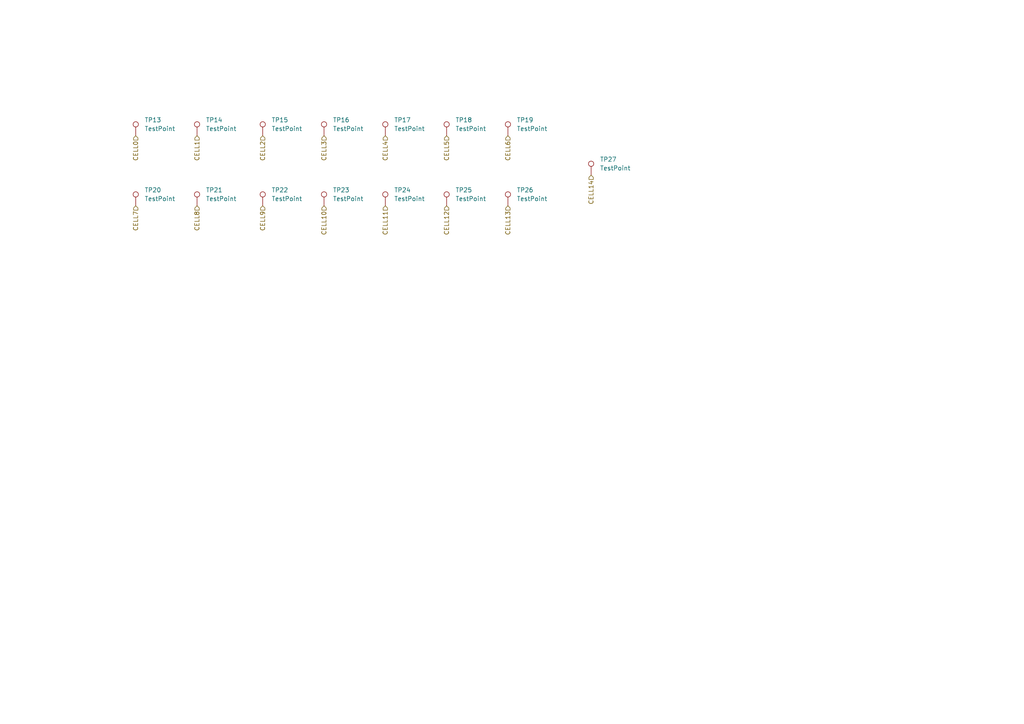
<source format=kicad_sch>
(kicad_sch (version 20250114) (generator "eeschema") (generator_version "9.0")
  (paper "A4")
  (lib_symbols
    (symbol "Connector:TestPoint" (pin_numbers (hide yes)) (pin_names (offset 0.762) (hide yes))
      (property "Reference" "TP" (at 0 6.858 0))
      (property "Value" "TestPoint" (at 0 5.08 0))
      (symbol "TestPoint_0_1"
        (circle (center 0 3.302) (radius 0.762))
      )
      (symbol "TestPoint_1_1"
        (pin passive line (at 0 0 90) (length 2.54) (name "1") (number "1"))
      )
    )
  )
  (hierarchical_label "CELL1" (shape input) (at 57.15 39.37 270))
  (hierarchical_label "CELL13" (shape input) (at 147.32 59.69 270))
  (hierarchical_label "CELL14" (shape input) (at 171.45 50.8 270))
  (hierarchical_label "CELL4" (shape input) (at 111.76 39.37 270))
  (hierarchical_label "CELL2" (shape input) (at 76.2 39.37 270))
  (hierarchical_label "CELL11" (shape input) (at 111.76 59.69 270))
  (hierarchical_label "CELL8" (shape input) (at 57.15 59.69 270))
  (hierarchical_label "CELL6" (shape input) (at 147.32 39.37 270))
  (hierarchical_label "CELL12" (shape input) (at 129.54 59.69 270))
  (hierarchical_label "CELL3" (shape input) (at 93.98 39.37 270))
  (hierarchical_label "CELL9" (shape input) (at 76.2 59.69 270))
  (hierarchical_label "CELL0" (shape input) (at 39.37 39.37 270))
  (hierarchical_label "CELL5" (shape input) (at 129.54 39.37 270))
  (hierarchical_label "CELL7" (shape input) (at 39.37 59.69 270))
  (hierarchical_label "CELL10" (shape input) (at 93.98 59.69 270))
  (symbol (lib_id "Connector:TestPoint") (at 93.98 39.37 0) (unit 1)
    (property "Reference" "TP16" (at 96.52 34.7979 0) (effects (justify left)))
    (property "Value" "TestPoint" (at 96.52 37.3379 0) (effects (justify left)))
    (property "Footprint" "TestPoint:TestPoint_Pad_1.0x1.0mm" (effects (hide yes)))
    (property "Description" "test point" (effects (hide yes)))
  )
  (symbol (lib_id "Connector:TestPoint") (at 39.37 39.37 0) (unit 1)
    (property "Reference" "TP13" (at 41.91 34.7979 0) (effects (justify left)))
    (property "Value" "TestPoint" (at 41.91 37.3379 0) (effects (justify left)))
    (property "Footprint" "TestPoint:TestPoint_Pad_1.0x1.0mm" (effects (hide yes)))
    (property "Description" "test point" (effects (hide yes)))
  )
  (symbol (lib_id "Connector:TestPoint") (at 111.76 59.69 0) (unit 1)
    (property "Reference" "TP24" (at 114.3 55.1179 0) (effects (justify left)))
    (property "Value" "TestPoint" (at 114.3 57.6579 0) (effects (justify left)))
    (property "Footprint" "TestPoint:TestPoint_Pad_1.0x1.0mm" (effects (hide yes)))
    (property "Description" "test point" (effects (hide yes)))
  )
  (symbol (lib_id "Connector:TestPoint") (at 39.37 59.69 0) (unit 1)
    (property "Reference" "TP20" (at 41.91 55.1179 0) (effects (justify left)))
    (property "Value" "TestPoint" (at 41.91 57.6579 0) (effects (justify left)))
    (property "Footprint" "TestPoint:TestPoint_Pad_1.0x1.0mm" (effects (hide yes)))
    (property "Description" "test point" (effects (hide yes)))
  )
  (symbol (lib_id "Connector:TestPoint") (at 57.15 39.37 0) (unit 1)
    (property "Reference" "TP14" (at 59.69 34.7979 0) (effects (justify left)))
    (property "Value" "TestPoint" (at 59.69 37.3379 0) (effects (justify left)))
    (property "Footprint" "TestPoint:TestPoint_Pad_1.0x1.0mm" (effects (hide yes)))
    (property "Description" "test point" (effects (hide yes)))
  )
  (symbol (lib_id "Connector:TestPoint") (at 76.2 59.69 0) (unit 1)
    (property "Reference" "TP22" (at 78.74 55.1179 0) (effects (justify left)))
    (property "Value" "TestPoint" (at 78.74 57.6579 0) (effects (justify left)))
    (property "Footprint" "TestPoint:TestPoint_Pad_1.0x1.0mm" (effects (hide yes)))
    (property "Description" "test point" (effects (hide yes)))
  )
  (symbol (lib_id "Connector:TestPoint") (at 147.32 39.37 0) (unit 1)
    (property "Reference" "TP19" (at 149.86 34.7979 0) (effects (justify left)))
    (property "Value" "TestPoint" (at 149.86 37.3379 0) (effects (justify left)))
    (property "Footprint" "TestPoint:TestPoint_Pad_1.0x1.0mm" (effects (hide yes)))
    (property "Description" "test point" (effects (hide yes)))
  )
  (symbol (lib_id "Connector:TestPoint") (at 57.15 59.69 0) (unit 1)
    (property "Reference" "TP21" (at 59.69 55.1179 0) (effects (justify left)))
    (property "Value" "TestPoint" (at 59.69 57.6579 0) (effects (justify left)))
    (property "Footprint" "TestPoint:TestPoint_Pad_1.0x1.0mm" (effects (hide yes)))
    (property "Description" "test point" (effects (hide yes)))
  )
  (symbol (lib_id "Connector:TestPoint") (at 129.54 39.37 0) (unit 1)
    (property "Reference" "TP18" (at 132.08 34.7979 0) (effects (justify left)))
    (property "Value" "TestPoint" (at 132.08 37.3379 0) (effects (justify left)))
    (property "Footprint" "TestPoint:TestPoint_Pad_1.0x1.0mm" (effects (hide yes)))
    (property "Description" "test point" (effects (hide yes)))
  )
  (symbol (lib_id "Connector:TestPoint") (at 129.54 59.69 0) (unit 1)
    (property "Reference" "TP25" (at 132.08 55.1179 0) (effects (justify left)))
    (property "Value" "TestPoint" (at 132.08 57.6579 0) (effects (justify left)))
    (property "Footprint" "TestPoint:TestPoint_Pad_1.0x1.0mm" (effects (hide yes)))
    (property "Description" "test point" (effects (hide yes)))
  )
  (symbol (lib_id "Connector:TestPoint") (at 111.76 39.37 0) (unit 1)
    (property "Reference" "TP17" (at 114.3 34.7979 0) (effects (justify left)))
    (property "Value" "TestPoint" (at 114.3 37.3379 0) (effects (justify left)))
    (property "Footprint" "TestPoint:TestPoint_Pad_1.0x1.0mm" (effects (hide yes)))
    (property "Description" "test point" (effects (hide yes)))
  )
  (symbol (lib_id "Connector:TestPoint") (at 147.32 59.69 0) (unit 1)
    (property "Reference" "TP26" (at 149.86 55.1179 0) (effects (justify left)))
    (property "Value" "TestPoint" (at 149.86 57.6579 0) (effects (justify left)))
    (property "Footprint" "TestPoint:TestPoint_Pad_1.0x1.0mm" (effects (hide yes)))
    (property "Description" "test point" (effects (hide yes)))
  )
  (symbol (lib_id "Connector:TestPoint") (at 76.2 39.37 0) (unit 1)
    (property "Reference" "TP15" (at 78.74 34.7979 0) (effects (justify left)))
    (property "Value" "TestPoint" (at 78.74 37.3379 0) (effects (justify left)))
    (property "Footprint" "TestPoint:TestPoint_Pad_1.0x1.0mm" (effects (hide yes)))
    (property "Description" "test point" (effects (hide yes)))
  )
  (symbol (lib_id "Connector:TestPoint") (at 93.98 59.69 0) (unit 1)
    (property "Reference" "TP23" (at 96.52 55.1179 0) (effects (justify left)))
    (property "Value" "TestPoint" (at 96.52 57.6579 0) (effects (justify left)))
    (property "Footprint" "TestPoint:TestPoint_Pad_1.0x1.0mm" (effects (hide yes)))
    (property "Description" "test point" (effects (hide yes)))
  )
  (symbol (lib_id "Connector:TestPoint") (at 171.45 50.8 0) (unit 1)
    (property "Reference" "TP27" (at 173.99 46.2279 0) (effects (justify left)))
    (property "Value" "TestPoint" (at 173.99 48.7679 0) (effects (justify left)))
    (property "Footprint" "TestPoint:TestPoint_Pad_1.0x1.0mm" (effects (hide yes)))
    (property "Description" "test point" (effects (hide yes)))
  )
)
</source>
